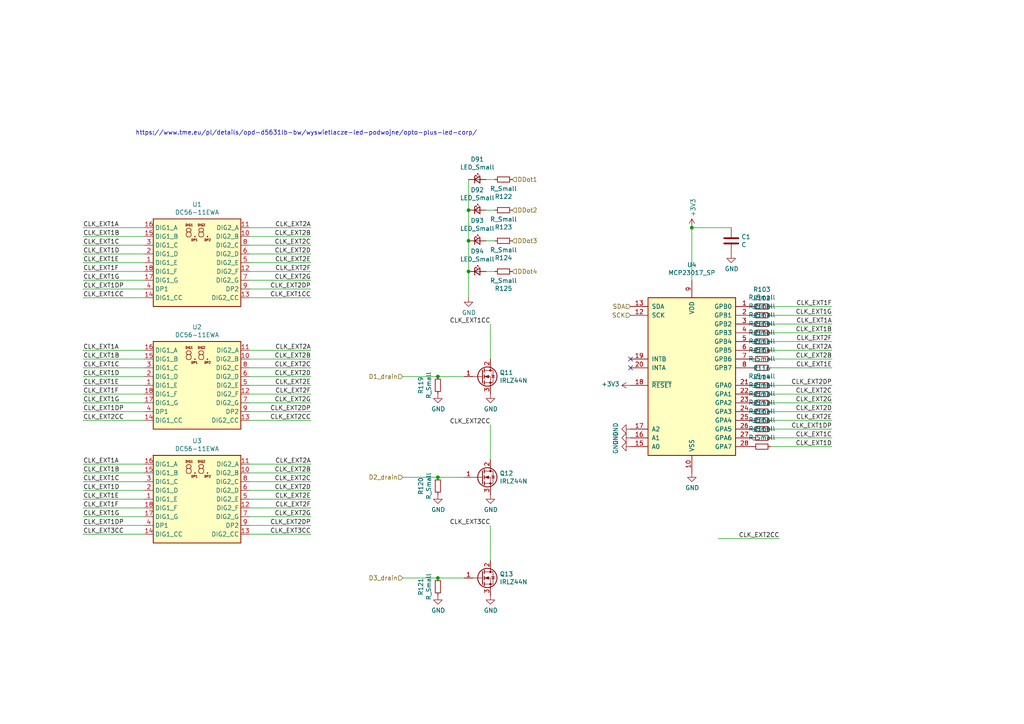
<source format=kicad_sch>
(kicad_sch (version 20201015) (generator eeschema)
  (paper "A4")
  (lib_symbols
    (symbol "Device:C" (pin_numbers hide) (pin_names (offset 0.254))
      (property "Reference" "C" (at 0.635 2.54 0))
      (property "Value" "C" (at 0.635 -2.54 0))
      (symbol "C_0_1"
        (polyline (pts (xy -2.032 -0.762) (xy 2.032 -0.762)) (stroke (width 0.508)))
        (polyline (pts (xy -2.032 0.762) (xy 2.032 0.762)) (stroke (width 0.508)))
      )
      (symbol "C_1_1"
        (pin passive line (at 0 3.81 270) (length 2.794) (name "~") (number "1"))
        (pin passive line (at 0 -3.81 90) (length 2.794) (name "~") (number "2"))
      )
    )
    (symbol "Device:LED_Small" (pin_numbers hide) (pin_names (offset 0.254) hide)
      (property "Reference" "D" (at -1.27 3.175 0))
      (property "Value" "LED_Small" (at -4.445 -2.54 0))
      (symbol "LED_Small_0_1"
        (polyline (pts (xy -0.762 -1.016) (xy -0.762 1.016)) (stroke (width 0.254)))
        (polyline (pts (xy 1.016 0) (xy -0.762 0)))
        (polyline (pts (xy 0.762 -1.016) (xy -0.762 0) (xy 0.762 1.016) (xy 0.762 -1.016)) (stroke (width 0.254)))
        (polyline (pts (xy 0 0.762) (xy -0.508 1.27) (xy -0.254 1.27) (xy -0.508 1.27) (xy -0.508 1.016)))
        (polyline (pts (xy 0.508 1.27) (xy 0 1.778) (xy 0.254 1.778) (xy 0 1.778) (xy 0 1.524)))
      )
      (symbol "LED_Small_1_1"
        (pin passive line (at -2.54 0 0) (length 1.778) (name "K") (number "1"))
        (pin passive line (at 2.54 0 180) (length 1.778) (name "A") (number "2"))
      )
    )
    (symbol "Device:R_Small" (pin_numbers hide) (pin_names (offset 0.254) hide)
      (property "Reference" "R" (at 0.762 0.508 0))
      (property "Value" "R_Small" (at 0.762 -1.016 0))
      (symbol "R_Small_0_1"
        (rectangle (start -0.762 1.778) (end 0.762 -1.778) (stroke (width 0.2032)))
      )
      (symbol "R_Small_1_1"
        (pin passive line (at 0 2.54 270) (length 0.762) (name "~") (number "1"))
        (pin passive line (at 0 -2.54 90) (length 0.762) (name "~") (number "2"))
      )
    )
    (symbol "Display_Character:DC56-11EWA"
      (property "Reference" "U" (at -11.43 13.97 0))
      (property "Value" "DC56-11EWA" (at 12.065 13.97 0))
      (symbol "DC56-11EWA_0_0"
        (text "8.8." (at 0 8.636 0) (effects (font (size 2.54 2.54))))
        (text "DIG1" (at -2.286 10.922 0) (effects (font (size 0.635 0.635))))
        (text "DIG2" (at 1.27 10.922 0) (effects (font (size 0.635 0.635))))
        (text "DP1" (at -0.762 6.604 0) (effects (font (size 0.635 0.635))))
        (text "DP2" (at 3.048 6.604 0) (effects (font (size 0.635 0.635))))
      )
      (symbol "DC56-11EWA_0_1"
        (rectangle (start -12.7 12.7) (end 12.7 -12.7) (stroke (width 0.254)) (fill (type background)))
      )
      (symbol "DC56-11EWA_1_1"
        (pin input line (at -15.24 0 0) (length 2.54) (name "DIG1_E") (number "1"))
        (pin input line (at 15.24 7.62 180) (length 2.54) (name "DIG2_B") (number "10"))
        (pin input line (at 15.24 10.16 180) (length 2.54) (name "DIG2_A") (number "11"))
        (pin input line (at 15.24 -2.54 180) (length 2.54) (name "DIG2_F") (number "12"))
        (pin input line (at 15.24 -10.16 180) (length 2.54) (name "DIG2_CC") (number "13"))
        (pin input line (at -15.24 -10.16 0) (length 2.54) (name "DIG1_CC") (number "14"))
        (pin input line (at -15.24 7.62 0) (length 2.54) (name "DIG1_B") (number "15"))
        (pin input line (at -15.24 10.16 0) (length 2.54) (name "DIG1_A") (number "16"))
        (pin input line (at -15.24 -5.08 0) (length 2.54) (name "DIG1_G") (number "17"))
        (pin input line (at -15.24 -2.54 0) (length 2.54) (name "DIG1_F") (number "18"))
        (pin input line (at -15.24 2.54 0) (length 2.54) (name "DIG1_D") (number "2"))
        (pin input line (at -15.24 5.08 0) (length 2.54) (name "DIG1_C") (number "3"))
        (pin input line (at -15.24 -7.62 0) (length 2.54) (name "DP1") (number "4"))
        (pin input line (at 15.24 0 180) (length 2.54) (name "DIG2_E") (number "5"))
        (pin input line (at 15.24 2.54 180) (length 2.54) (name "DIG2_D") (number "6"))
        (pin input line (at 15.24 -5.08 180) (length 2.54) (name "DIG2_G") (number "7"))
        (pin input line (at 15.24 5.08 180) (length 2.54) (name "DIG2_C") (number "8"))
        (pin input line (at 15.24 -7.62 180) (length 2.54) (name "DP2") (number "9"))
      )
    )
    (symbol "Interface_Expansion:MCP23017_SP" (pin_names (offset 1.016))
      (property "Reference" "U" (at -11.43 24.13 0))
      (property "Value" "MCP23017_SP" (at 0 0 0))
      (symbol "MCP23017_SP_0_1"
        (rectangle (start -12.7 22.86) (end 12.7 -22.86) (stroke (width 0.254)) (fill (type background)))
      )
      (symbol "MCP23017_SP_1_1"
        (pin bidirectional line (at 17.78 20.32 180) (length 5.08) (name "GPB0") (number "1"))
        (pin power_in line (at 0 -27.94 90) (length 5.08) (name "VSS") (number "10"))
        (pin unconnected line (at -12.7 15.24 0) (length 5.08) hide (name "NC") (number "11"))
        (pin input line (at -17.78 17.78 0) (length 5.08) (name "SCK") (number "12"))
        (pin bidirectional line (at -17.78 20.32 0) (length 5.08) (name "SDA") (number "13"))
        (pin unconnected line (at -12.7 12.7 0) (length 5.08) hide (name "NC") (number "14"))
        (pin input line (at -17.78 -20.32 0) (length 5.08) (name "A0") (number "15"))
        (pin input line (at -17.78 -17.78 0) (length 5.08) (name "A1") (number "16"))
        (pin input line (at -17.78 -15.24 0) (length 5.08) (name "A2") (number "17"))
        (pin input line (at -17.78 -2.54 0) (length 5.08) (name "~RESET~") (number "18"))
        (pin tri_state line (at -17.78 5.08 0) (length 5.08) (name "INTB") (number "19"))
        (pin bidirectional line (at 17.78 17.78 180) (length 5.08) (name "GPB1") (number "2"))
        (pin tri_state line (at -17.78 2.54 0) (length 5.08) (name "INTA") (number "20"))
        (pin bidirectional line (at 17.78 -2.54 180) (length 5.08) (name "GPA0") (number "21"))
        (pin bidirectional line (at 17.78 -5.08 180) (length 5.08) (name "GPA1") (number "22"))
        (pin bidirectional line (at 17.78 -7.62 180) (length 5.08) (name "GPA2") (number "23"))
        (pin bidirectional line (at 17.78 -10.16 180) (length 5.08) (name "GPA3") (number "24"))
        (pin bidirectional line (at 17.78 -12.7 180) (length 5.08) (name "GPA4") (number "25"))
        (pin bidirectional line (at 17.78 -15.24 180) (length 5.08) (name "GPA5") (number "26"))
        (pin bidirectional line (at 17.78 -17.78 180) (length 5.08) (name "GPA6") (number "27"))
        (pin bidirectional line (at 17.78 -20.32 180) (length 5.08) (name "GPA7") (number "28"))
        (pin bidirectional line (at 17.78 15.24 180) (length 5.08) (name "GPB2") (number "3"))
        (pin bidirectional line (at 17.78 12.7 180) (length 5.08) (name "GPB3") (number "4"))
        (pin bidirectional line (at 17.78 10.16 180) (length 5.08) (name "GPB4") (number "5"))
        (pin bidirectional line (at 17.78 7.62 180) (length 5.08) (name "GPB5") (number "6"))
        (pin bidirectional line (at 17.78 5.08 180) (length 5.08) (name "GPB6") (number "7"))
        (pin bidirectional line (at 17.78 2.54 180) (length 5.08) (name "GPB7") (number "8"))
        (pin power_in line (at 0 27.94 270) (length 5.08) (name "VDD") (number "9"))
      )
    )
    (symbol "Transistor_FET:IRLZ44N" (pin_names hide)
      (property "Reference" "Q" (at 6.35 1.905 0))
      (property "Value" "IRLZ44N" (at 6.35 0 0))
      (symbol "IRLZ44N_0_1"
        (circle (center 1.651 0) (radius 2.794) (stroke (width 0.254)))
        (circle (center 2.54 -1.778) (radius 0.254) (fill (type outline)))
        (circle (center 2.54 1.778) (radius 0.254) (fill (type outline)))
        (polyline (pts (xy 0.254 0) (xy -2.54 0)))
        (polyline (pts (xy 0.254 1.905) (xy 0.254 -1.905)) (stroke (width 0.254)))
        (polyline (pts (xy 0.762 -1.27) (xy 0.762 -2.286)) (stroke (width 0.254)))
        (polyline (pts (xy 0.762 0.508) (xy 0.762 -0.508)) (stroke (width 0.254)))
        (polyline (pts (xy 0.762 2.286) (xy 0.762 1.27)) (stroke (width 0.254)))
        (polyline (pts (xy 2.54 2.54) (xy 2.54 1.778)))
        (polyline (pts (xy 2.54 -2.54) (xy 2.54 0) (xy 0.762 0)))
        (polyline (pts (xy 0.762 -1.778) (xy 3.302 -1.778) (xy 3.302 1.778) (xy 0.762 1.778)))
        (polyline (pts (xy 1.016 0) (xy 2.032 0.381) (xy 2.032 -0.381) (xy 1.016 0)) (fill (type outline)))
        (polyline (pts (xy 2.794 0.508) (xy 2.921 0.381) (xy 3.683 0.381) (xy 3.81 0.254)))
        (polyline (pts (xy 3.302 0.381) (xy 2.921 -0.254) (xy 3.683 -0.254) (xy 3.302 0.381)))
      )
      (symbol "IRLZ44N_1_1"
        (pin input line (at -5.08 0 0) (length 2.54) (name "G") (number "1"))
        (pin passive line (at 2.54 5.08 270) (length 2.54) (name "D") (number "2"))
        (pin passive line (at 2.54 -5.08 90) (length 2.54) (name "S") (number "3"))
      )
    )
    (symbol "power:+3V3" (power) (pin_names (offset 0))
      (property "Value" "+3V3" (at 0 3.556 0))
      (symbol "+3V3_0_1"
        (polyline (pts (xy -0.762 1.27) (xy 0 2.54)))
        (polyline (pts (xy 0 0) (xy 0 2.54)))
        (polyline (pts (xy 0 2.54) (xy 0.762 1.27)))
      )
      (symbol "+3V3_1_1"
        (pin power_in line (at 0 0 90) (length 0) hide (name "+3V3") (number "1"))
      )
    )
    (symbol "power:GND" (power) (pin_names (offset 0))
      (property "Value" "GND" (at 0 -3.81 0))
      (symbol "GND_0_1"
        (polyline (pts (xy 0 0) (xy 0 -1.27) (xy 1.27 -1.27) (xy 0 -2.54) (xy -1.27 -1.27) (xy 0 -1.27)))
      )
      (symbol "GND_1_1"
        (pin power_in line (at 0 0 270) (length 0) hide (name "GND") (number "1"))
      )
    )
  )
  (junction (at 127 109.22) (diameter 0.9144))
  (junction (at 127 138.43) (diameter 0.9144))
  (junction (at 127 167.64) (diameter 0.9144))
  (junction (at 135.89 60.96) (diameter 0.9144))
  (junction (at 135.89 69.85) (diameter 0.9144))
  (junction (at 135.89 78.74) (diameter 0.9144))
  (junction (at 200.66 66.04) (diameter 0.9144))
  (no_connect (at 182.88 104.14))
  (no_connect (at 182.88 106.68))
  (wire (pts (xy 24.13 66.04) (xy 41.91 66.04)))
  (wire (pts (xy 24.13 68.58) (xy 41.91 68.58)))
  (wire (pts (xy 24.13 71.12) (xy 41.91 71.12)))
  (wire (pts (xy 24.13 73.66) (xy 41.91 73.66)))
  (wire (pts (xy 24.13 76.2) (xy 41.91 76.2)))
  (wire (pts (xy 24.13 78.74) (xy 41.91 78.74)))
  (wire (pts (xy 24.13 81.28) (xy 41.91 81.28)))
  (wire (pts (xy 24.13 83.82) (xy 41.91 83.82)))
  (wire (pts (xy 24.13 86.36) (xy 41.91 86.36)))
  (wire (pts (xy 24.13 101.6) (xy 41.91 101.6)))
  (wire (pts (xy 24.13 104.14) (xy 41.91 104.14)))
  (wire (pts (xy 24.13 106.68) (xy 41.91 106.68)))
  (wire (pts (xy 24.13 109.22) (xy 41.91 109.22)))
  (wire (pts (xy 24.13 111.76) (xy 41.91 111.76)))
  (wire (pts (xy 24.13 114.3) (xy 41.91 114.3)))
  (wire (pts (xy 24.13 116.84) (xy 41.91 116.84)))
  (wire (pts (xy 24.13 119.38) (xy 41.91 119.38)))
  (wire (pts (xy 24.13 121.92) (xy 41.91 121.92)))
  (wire (pts (xy 24.13 134.62) (xy 41.91 134.62)))
  (wire (pts (xy 24.13 137.16) (xy 41.91 137.16)))
  (wire (pts (xy 24.13 139.7) (xy 41.91 139.7)))
  (wire (pts (xy 24.13 142.24) (xy 41.91 142.24)))
  (wire (pts (xy 24.13 144.78) (xy 41.91 144.78)))
  (wire (pts (xy 24.13 147.32) (xy 41.91 147.32)))
  (wire (pts (xy 24.13 149.86) (xy 41.91 149.86)))
  (wire (pts (xy 24.13 152.4) (xy 41.91 152.4)))
  (wire (pts (xy 24.13 154.94) (xy 41.91 154.94)))
  (wire (pts (xy 90.17 66.04) (xy 72.39 66.04)))
  (wire (pts (xy 90.17 68.58) (xy 72.39 68.58)))
  (wire (pts (xy 90.17 71.12) (xy 72.39 71.12)))
  (wire (pts (xy 90.17 73.66) (xy 72.39 73.66)))
  (wire (pts (xy 90.17 76.2) (xy 72.39 76.2)))
  (wire (pts (xy 90.17 78.74) (xy 72.39 78.74)))
  (wire (pts (xy 90.17 81.28) (xy 72.39 81.28)))
  (wire (pts (xy 90.17 83.82) (xy 72.39 83.82)))
  (wire (pts (xy 90.17 86.36) (xy 72.39 86.36)))
  (wire (pts (xy 90.17 101.6) (xy 72.39 101.6)))
  (wire (pts (xy 90.17 104.14) (xy 72.39 104.14)))
  (wire (pts (xy 90.17 106.68) (xy 72.39 106.68)))
  (wire (pts (xy 90.17 109.22) (xy 72.39 109.22)))
  (wire (pts (xy 90.17 111.76) (xy 72.39 111.76)))
  (wire (pts (xy 90.17 114.3) (xy 72.39 114.3)))
  (wire (pts (xy 90.17 116.84) (xy 72.39 116.84)))
  (wire (pts (xy 90.17 119.38) (xy 72.39 119.38)))
  (wire (pts (xy 90.17 121.92) (xy 72.39 121.92)))
  (wire (pts (xy 90.17 134.62) (xy 72.39 134.62)))
  (wire (pts (xy 90.17 137.16) (xy 72.39 137.16)))
  (wire (pts (xy 90.17 139.7) (xy 72.39 139.7)))
  (wire (pts (xy 90.17 142.24) (xy 72.39 142.24)))
  (wire (pts (xy 90.17 144.78) (xy 72.39 144.78)))
  (wire (pts (xy 90.17 147.32) (xy 72.39 147.32)))
  (wire (pts (xy 90.17 149.86) (xy 72.39 149.86)))
  (wire (pts (xy 90.17 152.4) (xy 72.39 152.4)))
  (wire (pts (xy 90.17 154.94) (xy 72.39 154.94)))
  (wire (pts (xy 116.84 109.22) (xy 127 109.22)))
  (wire (pts (xy 116.84 138.43) (xy 127 138.43)))
  (wire (pts (xy 116.84 167.64) (xy 127 167.64)))
  (wire (pts (xy 127 109.22) (xy 134.62 109.22)))
  (wire (pts (xy 127 138.43) (xy 134.62 138.43)))
  (wire (pts (xy 127 167.64) (xy 134.62 167.64)))
  (wire (pts (xy 135.89 52.07) (xy 135.89 60.96)))
  (wire (pts (xy 135.89 60.96) (xy 135.89 69.85)))
  (wire (pts (xy 135.89 69.85) (xy 135.89 78.74)))
  (wire (pts (xy 135.89 78.74) (xy 135.89 86.36)))
  (wire (pts (xy 140.97 52.07) (xy 143.51 52.07)))
  (wire (pts (xy 140.97 60.96) (xy 143.51 60.96)))
  (wire (pts (xy 140.97 69.85) (xy 143.51 69.85)))
  (wire (pts (xy 140.97 78.74) (xy 143.51 78.74)))
  (wire (pts (xy 142.24 93.98) (xy 142.24 104.14)))
  (wire (pts (xy 142.24 123.19) (xy 142.24 133.35)))
  (wire (pts (xy 142.24 152.4) (xy 142.24 162.56)))
  (wire (pts (xy 200.66 66.04) (xy 212.09 66.04)))
  (wire (pts (xy 200.66 81.28) (xy 200.66 66.04)))
  (wire (pts (xy 226.06 156.21) (xy 208.28 156.21)))
  (wire (pts (xy 241.3 88.9) (xy 223.52 88.9)))
  (wire (pts (xy 241.3 91.44) (xy 223.52 91.44)))
  (wire (pts (xy 241.3 93.98) (xy 223.52 93.98)))
  (wire (pts (xy 241.3 96.52) (xy 223.52 96.52)))
  (wire (pts (xy 241.3 99.06) (xy 223.52 99.06)))
  (wire (pts (xy 241.3 101.6) (xy 223.52 101.6)))
  (wire (pts (xy 241.3 104.14) (xy 223.52 104.14)))
  (wire (pts (xy 241.3 106.68) (xy 223.52 106.68)))
  (wire (pts (xy 241.3 111.76) (xy 223.52 111.76)))
  (wire (pts (xy 241.3 114.3) (xy 223.52 114.3)))
  (wire (pts (xy 241.3 116.84) (xy 223.52 116.84)))
  (wire (pts (xy 241.3 119.38) (xy 223.52 119.38)))
  (wire (pts (xy 241.3 121.92) (xy 223.52 121.92)))
  (wire (pts (xy 241.3 124.46) (xy 223.52 124.46)))
  (wire (pts (xy 241.3 127) (xy 223.52 127)))
  (wire (pts (xy 241.3 129.54) (xy 223.52 129.54)))
  (text "https://www.tme.eu/pl/details/opd-d5631lb-bw/wyswietlacze-led-podwojne/opto-plus-led-corp/" (at 138.43 39.37 0) (effects (font (size 1.27 1.27)) (justify right bottom)))
  (label "CLK_EXT1A" (at 24.13 66.04 0))
  (label "CLK_EXT1B" (at 24.13 68.58 0))
  (label "CLK_EXT1C" (at 24.13 71.12 0))
  (label "CLK_EXT1D" (at 24.13 73.66 0))
  (label "CLK_EXT1E" (at 24.13 76.2 0))
  (label "CLK_EXT1F" (at 24.13 78.74 0))
  (label "CLK_EXT1G" (at 24.13 81.28 0))
  (label "CLK_EXT1DP" (at 24.13 83.82 0))
  (label "CLK_EXT1CC" (at 24.13 86.36 0))
  (label "CLK_EXT1A" (at 24.13 101.6 0))
  (label "CLK_EXT1B" (at 24.13 104.14 0))
  (label "CLK_EXT1C" (at 24.13 106.68 0))
  (label "CLK_EXT1D" (at 24.13 109.22 0))
  (label "CLK_EXT1E" (at 24.13 111.76 0))
  (label "CLK_EXT1F" (at 24.13 114.3 0))
  (label "CLK_EXT1G" (at 24.13 116.84 0))
  (label "CLK_EXT1DP" (at 24.13 119.38 0))
  (label "CLK_EXT2CC" (at 24.13 121.92 0))
  (label "CLK_EXT1A" (at 24.13 134.62 0))
  (label "CLK_EXT1B" (at 24.13 137.16 0))
  (label "CLK_EXT1C" (at 24.13 139.7 0))
  (label "CLK_EXT1D" (at 24.13 142.24 0))
  (label "CLK_EXT1E" (at 24.13 144.78 0))
  (label "CLK_EXT1F" (at 24.13 147.32 0))
  (label "CLK_EXT1G" (at 24.13 149.86 0))
  (label "CLK_EXT1DP" (at 24.13 152.4 0))
  (label "CLK_EXT3CC" (at 24.13 154.94 0))
  (label "CLK_EXT2A" (at 90.17 66.04 180))
  (label "CLK_EXT2B" (at 90.17 68.58 180))
  (label "CLK_EXT2C" (at 90.17 71.12 180))
  (label "CLK_EXT2D" (at 90.17 73.66 180))
  (label "CLK_EXT2E" (at 90.17 76.2 180))
  (label "CLK_EXT2F" (at 90.17 78.74 180))
  (label "CLK_EXT2G" (at 90.17 81.28 180))
  (label "CLK_EXT2DP" (at 90.17 83.82 180))
  (label "CLK_EXT1CC" (at 90.17 86.36 180))
  (label "CLK_EXT2A" (at 90.17 101.6 180))
  (label "CLK_EXT2B" (at 90.17 104.14 180))
  (label "CLK_EXT2C" (at 90.17 106.68 180))
  (label "CLK_EXT2D" (at 90.17 109.22 180))
  (label "CLK_EXT2E" (at 90.17 111.76 180))
  (label "CLK_EXT2F" (at 90.17 114.3 180))
  (label "CLK_EXT2G" (at 90.17 116.84 180))
  (label "CLK_EXT2DP" (at 90.17 119.38 180))
  (label "CLK_EXT2CC" (at 90.17 121.92 180))
  (label "CLK_EXT2A" (at 90.17 134.62 180))
  (label "CLK_EXT2B" (at 90.17 137.16 180))
  (label "CLK_EXT2C" (at 90.17 139.7 180))
  (label "CLK_EXT2D" (at 90.17 142.24 180))
  (label "CLK_EXT2E" (at 90.17 144.78 180))
  (label "CLK_EXT2F" (at 90.17 147.32 180))
  (label "CLK_EXT2G" (at 90.17 149.86 180))
  (label "CLK_EXT2DP" (at 90.17 152.4 180))
  (label "CLK_EXT3CC" (at 90.17 154.94 180))
  (label "CLK_EXT1CC" (at 142.24 93.98 180))
  (label "CLK_EXT2CC" (at 142.24 123.19 180))
  (label "CLK_EXT3CC" (at 142.24 152.4 180))
  (label "CLK_EXT2CC" (at 226.06 156.21 180))
  (label "CLK_EXT1F" (at 241.3 88.9 180))
  (label "CLK_EXT1G" (at 241.3 91.44 180))
  (label "CLK_EXT1A" (at 241.3 93.98 180))
  (label "CLK_EXT1B" (at 241.3 96.52 180))
  (label "CLK_EXT2F" (at 241.3 99.06 180))
  (label "CLK_EXT2A" (at 241.3 101.6 180))
  (label "CLK_EXT2B" (at 241.3 104.14 180))
  (label "CLK_EXT1E" (at 241.3 106.68 180))
  (label "CLK_EXT2DP" (at 241.3 111.76 180))
  (label "CLK_EXT2C" (at 241.3 114.3 180))
  (label "CLK_EXT2G" (at 241.3 116.84 180))
  (label "CLK_EXT2D" (at 241.3 119.38 180))
  (label "CLK_EXT2E" (at 241.3 121.92 180))
  (label "CLK_EXT1DP" (at 241.3 124.46 180))
  (label "CLK_EXT1C" (at 241.3 127 180))
  (label "CLK_EXT1D" (at 241.3 129.54 180))
  (hierarchical_label "D1_drain" (shape input) (at 116.84 109.22 180))
  (hierarchical_label "D2_drain" (shape input) (at 116.84 138.43 180))
  (hierarchical_label "D3_drain" (shape input) (at 116.84 167.64 180))
  (hierarchical_label "DDot1" (shape input) (at 148.59 52.07 0))
  (hierarchical_label "DDot2" (shape input) (at 148.59 60.96 0))
  (hierarchical_label "DDot3" (shape input) (at 148.59 69.85 0))
  (hierarchical_label "DDot4" (shape input) (at 148.59 78.74 0))
  (hierarchical_label "SDA" (shape input) (at 182.88 88.9 180))
  (hierarchical_label "SCK" (shape input) (at 182.88 91.44 180))
  (symbol (lib_id "power:+3V3") (at 182.88 111.76 90) (unit 1)
    (property "Reference" "#PWR0147" (effects hide))
    (property "Value" "+3V3" (at 179.7049 111.3917 90) (effects (justify left)))
  )
  (symbol (lib_id "power:+3V3") (at 200.66 66.04 0) (unit 1)
    (property "Reference" "#PWR0143" (effects hide))
    (property "Value" "+3V3" (at 201.0283 62.8649 90) (effects (justify left)))
  )
  (symbol (lib_id "power:GND") (at 127 114.3 0) (unit 1)
    (property "Reference" "#PWR0158" (effects hide))
    (property "Value" "GND" (at 127.1143 118.6244 0))
  )
  (symbol (lib_id "power:GND") (at 127 143.51 0) (unit 1)
    (property "Reference" "#PWR0160" (effects hide))
    (property "Value" "GND" (at 127.1143 147.8344 0))
  )
  (symbol (lib_id "power:GND") (at 127 172.72 0) (unit 1)
    (property "Reference" "#PWR0161" (effects hide))
    (property "Value" "GND" (at 127.1143 177.0444 0))
  )
  (symbol (lib_id "power:GND") (at 135.89 86.36 0) (unit 1)
    (property "Reference" "#PWR0163" (effects hide))
    (property "Value" "GND" (at 136.0043 90.6844 0))
  )
  (symbol (lib_id "power:GND") (at 142.24 114.3 0) (unit 1)
    (property "Reference" "#PWR0157" (effects hide))
    (property "Value" "GND" (at 142.3543 118.6244 0))
  )
  (symbol (lib_id "power:GND") (at 142.24 143.51 0) (unit 1)
    (property "Reference" "#PWR0159" (effects hide))
    (property "Value" "GND" (at 142.3543 147.8344 0))
  )
  (symbol (lib_id "power:GND") (at 142.24 172.72 0) (unit 1)
    (property "Reference" "#PWR0162" (effects hide))
    (property "Value" "GND" (at 142.3543 177.0444 0))
  )
  (symbol (lib_id "power:GND") (at 182.88 124.46 270) (unit 1)
    (property "Reference" "#PWR0150" (effects hide))
    (property "Value" "GND" (at 178.5556 124.5743 0))
  )
  (symbol (lib_id "power:GND") (at 182.88 127 270) (unit 1)
    (property "Reference" "#PWR0149" (effects hide))
    (property "Value" "GND" (at 178.5556 127.1143 0))
  )
  (symbol (lib_id "power:GND") (at 182.88 129.54 270) (unit 1)
    (property "Reference" "#PWR0148" (effects hide))
    (property "Value" "GND" (at 178.5556 129.6543 0))
  )
  (symbol (lib_id "power:GND") (at 200.66 137.16 0) (unit 1)
    (property "Reference" "#PWR0145" (effects hide))
    (property "Value" "GND" (at 200.7743 141.4844 0))
  )
  (symbol (lib_id "power:GND") (at 212.09 73.66 0) (unit 1)
    (property "Reference" "#PWR0144" (effects hide))
    (property "Value" "GND" (at 212.2043 77.9844 0))
  )
  (symbol (lib_id "Device:R_Small") (at 127 111.76 180) (unit 1)
    (property "Reference" "R119" (at 122.0532 111.76 90))
    (property "Value" "R_Small" (at 124.3519 111.76 90))
    (property "Footprint" "Resistor_THT:R_Axial_DIN0207_L6.3mm_D2.5mm_P10.16mm_Horizontal" (effects hide))
  )
  (symbol (lib_id "Device:R_Small") (at 127 140.97 180) (unit 1)
    (property "Reference" "R120" (at 122.0532 140.97 90))
    (property "Value" "R_Small" (at 124.3519 140.97 90))
    (property "Footprint" "Resistor_THT:R_Axial_DIN0207_L6.3mm_D2.5mm_P10.16mm_Horizontal" (effects hide))
  )
  (symbol (lib_id "Device:R_Small") (at 127 170.18 180) (unit 1)
    (property "Reference" "R121" (at 122.0532 170.18 90))
    (property "Value" "R_Small" (at 124.3519 170.18 90))
    (property "Footprint" "Resistor_THT:R_Axial_DIN0207_L6.3mm_D2.5mm_P10.16mm_Horizontal" (effects hide))
  )
  (symbol (lib_id "Device:R_Small") (at 146.05 52.07 270) (unit 1)
    (property "Reference" "R122" (at 146.05 57.0168 90))
    (property "Value" "R_Small" (at 146.05 54.7181 90))
    (property "Footprint" "Resistor_THT:R_Axial_DIN0207_L6.3mm_D2.5mm_P10.16mm_Horizontal" (effects hide))
  )
  (symbol (lib_id "Device:R_Small") (at 146.05 60.96 270) (unit 1)
    (property "Reference" "R123" (at 146.05 65.9068 90))
    (property "Value" "R_Small" (at 146.05 63.6081 90))
    (property "Footprint" "Resistor_THT:R_Axial_DIN0207_L6.3mm_D2.5mm_P10.16mm_Horizontal" (effects hide))
  )
  (symbol (lib_id "Device:R_Small") (at 146.05 69.85 270) (unit 1)
    (property "Reference" "R124" (at 146.05 74.7968 90))
    (property "Value" "R_Small" (at 146.05 72.4981 90))
    (property "Footprint" "Resistor_THT:R_Axial_DIN0207_L6.3mm_D2.5mm_P10.16mm_Horizontal" (effects hide))
  )
  (symbol (lib_id "Device:R_Small") (at 146.05 78.74 270) (unit 1)
    (property "Reference" "R125" (at 146.05 83.6868 90))
    (property "Value" "R_Small" (at 146.05 81.3881 90))
    (property "Footprint" "Resistor_THT:R_Axial_DIN0207_L6.3mm_D2.5mm_P10.16mm_Horizontal" (effects hide))
  )
  (symbol (lib_id "Device:R_Small") (at 220.98 88.9 90) (unit 1)
    (property "Reference" "R103" (at 220.98 83.9532 90))
    (property "Value" "R_Small" (at 220.98 86.2519 90))
    (property "Footprint" "Resistor_THT:R_Axial_DIN0207_L6.3mm_D2.5mm_P10.16mm_Horizontal" (effects hide))
  )
  (symbol (lib_id "Device:R_Small") (at 220.98 91.44 90) (unit 1)
    (property "Reference" "R102" (at 220.98 86.4932 90))
    (property "Value" "R_Small" (at 220.98 88.7919 90))
    (property "Footprint" "Resistor_THT:R_Axial_DIN0207_L6.3mm_D2.5mm_P10.16mm_Horizontal" (effects hide))
  )
  (symbol (lib_id "Device:R_Small") (at 220.98 93.98 90) (unit 1)
    (property "Reference" "R108" (at 220.98 89.0332 90))
    (property "Value" "R_Small" (at 220.98 91.3319 90))
    (property "Footprint" "Resistor_THT:R_Axial_DIN0207_L6.3mm_D2.5mm_P10.16mm_Horizontal" (effects hide))
  )
  (symbol (lib_id "Device:R_Small") (at 220.98 96.52 90) (unit 1)
    (property "Reference" "R107" (at 220.98 91.5732 90))
    (property "Value" "R_Small" (at 220.98 93.8719 90))
    (property "Footprint" "Resistor_THT:R_Axial_DIN0207_L6.3mm_D2.5mm_P10.16mm_Horizontal" (effects hide))
  )
  (symbol (lib_id "Device:R_Small") (at 220.98 99.06 90) (unit 1)
    (property "Reference" "R109" (at 220.98 94.1132 90))
    (property "Value" "R_Small" (at 220.98 96.4119 90))
    (property "Footprint" "Resistor_THT:R_Axial_DIN0207_L6.3mm_D2.5mm_P10.16mm_Horizontal" (effects hide))
  )
  (symbol (lib_id "Device:R_Small") (at 220.98 101.6 90) (unit 1)
    (property "Reference" "R110" (at 220.98 96.6532 90))
    (property "Value" "R_Small" (at 220.98 98.9519 90))
    (property "Footprint" "Resistor_THT:R_Axial_DIN0207_L6.3mm_D2.5mm_P10.16mm_Horizontal" (effects hide))
  )
  (symbol (lib_id "Device:R_Small") (at 220.98 104.14 90) (unit 1)
    (property "Reference" "R111" (at 220.98 99.1932 90))
    (property "Value" "R_Small" (at 220.98 101.4919 90))
    (property "Footprint" "Resistor_THT:R_Axial_DIN0207_L6.3mm_D2.5mm_P10.16mm_Horizontal" (effects hide))
  )
  (symbol (lib_id "Device:R_Small") (at 220.98 106.68 90) (unit 1)
    (property "Reference" "R104" (at 220.98 101.7332 90))
    (property "Value" "R_Small" (at 220.98 104.0319 90))
    (property "Footprint" "Resistor_THT:R_Axial_DIN0207_L6.3mm_D2.5mm_P10.16mm_Horizontal" (effects hide))
  )
  (symbol (lib_id "Device:R_Small") (at 220.98 111.76 90) (unit 1)
    (property "Reference" "R116" (at 220.98 106.8132 90))
    (property "Value" "R_Small" (at 220.98 109.1119 90))
    (property "Footprint" "Resistor_THT:R_Axial_DIN0207_L6.3mm_D2.5mm_P10.16mm_Horizontal" (effects hide))
  )
  (symbol (lib_id "Device:R_Small") (at 220.98 114.3 90) (unit 1)
    (property "Reference" "R114" (at 220.98 109.3532 90))
    (property "Value" "R_Small" (at 220.98 111.6519 90))
    (property "Footprint" "Resistor_THT:R_Axial_DIN0207_L6.3mm_D2.5mm_P10.16mm_Horizontal" (effects hide))
  )
  (symbol (lib_id "Device:R_Small") (at 220.98 116.84 90) (unit 1)
    (property "Reference" "R115" (at 220.98 111.8932 90))
    (property "Value" "R_Small" (at 220.98 114.1919 90))
    (property "Footprint" "Resistor_THT:R_Axial_DIN0207_L6.3mm_D2.5mm_P10.16mm_Horizontal" (effects hide))
  )
  (symbol (lib_id "Device:R_Small") (at 220.98 119.38 90) (unit 1)
    (property "Reference" "R113" (at 220.98 114.4332 90))
    (property "Value" "R_Small" (at 220.98 116.7319 90))
    (property "Footprint" "Resistor_THT:R_Axial_DIN0207_L6.3mm_D2.5mm_P10.16mm_Horizontal" (effects hide))
  )
  (symbol (lib_id "Device:R_Small") (at 220.98 121.92 90) (unit 1)
    (property "Reference" "R112" (at 220.98 116.9732 90))
    (property "Value" "R_Small" (at 220.98 119.2719 90))
    (property "Footprint" "Resistor_THT:R_Axial_DIN0207_L6.3mm_D2.5mm_P10.16mm_Horizontal" (effects hide))
  )
  (symbol (lib_id "Device:R_Small") (at 220.98 124.46 90) (unit 1)
    (property "Reference" "R101" (at 220.98 119.5132 90))
    (property "Value" "R_Small" (at 220.98 121.8119 90))
    (property "Footprint" "Resistor_THT:R_Axial_DIN0207_L6.3mm_D2.5mm_P10.16mm_Horizontal" (effects hide))
  )
  (symbol (lib_id "Device:R_Small") (at 220.98 127 90) (unit 1)
    (property "Reference" "R106" (at 220.98 122.0532 90))
    (property "Value" "R_Small" (at 220.98 124.3519 90))
    (property "Footprint" "Resistor_THT:R_Axial_DIN0207_L6.3mm_D2.5mm_P10.16mm_Horizontal" (effects hide))
  )
  (symbol (lib_id "Device:R_Small") (at 220.98 129.54 90) (unit 1)
    (property "Reference" "R105" (at 220.98 124.5932 90))
    (property "Value" "R_Small" (at 220.98 126.8919 90))
    (property "Footprint" "Resistor_THT:R_Axial_DIN0207_L6.3mm_D2.5mm_P10.16mm_Horizontal" (effects hide))
  )
  (symbol (lib_id "Device:LED_Small") (at 138.43 52.07 0) (unit 1)
    (property "Reference" "D91" (at 138.43 46.2088 0))
    (property "Value" "LED_Small" (at 138.43 48.5075 0))
    (property "Footprint" "LED_THT:LED_D3.0mm" (effects hide))
  )
  (symbol (lib_id "Device:LED_Small") (at 138.43 60.96 0) (unit 1)
    (property "Reference" "D92" (at 138.43 55.0988 0))
    (property "Value" "LED_Small" (at 138.43 57.3975 0))
    (property "Footprint" "LED_THT:LED_D3.0mm" (effects hide))
  )
  (symbol (lib_id "Device:LED_Small") (at 138.43 69.85 0) (unit 1)
    (property "Reference" "D93" (at 138.43 63.9888 0))
    (property "Value" "LED_Small" (at 138.43 66.2875 0))
    (property "Footprint" "LED_THT:LED_D3.0mm" (effects hide))
  )
  (symbol (lib_id "Device:LED_Small") (at 138.43 78.74 0) (unit 1)
    (property "Reference" "D94" (at 138.43 72.8788 0))
    (property "Value" "LED_Small" (at 138.43 75.1775 0))
    (property "Footprint" "LED_THT:LED_D3.0mm" (effects hide))
  )
  (symbol (lib_id "Device:C") (at 212.09 69.85 0) (unit 1)
    (property "Reference" "C1" (at 215.0111 68.7006 0) (effects (justify left)))
    (property "Value" "C" (at 215.0111 70.9993 0) (effects (justify left)))
    (property "Footprint" "Capacitor_THT:C_Disc_D7.0mm_W2.5mm_P5.00mm" (effects hide))
  )
  (symbol (lib_id "Transistor_FET:IRLZ44N") (at 139.7 109.22 0) (unit 1)
    (property "Reference" "Q11" (at 144.9071 108.0706 0) (effects (justify left)))
    (property "Value" "IRLZ44N" (at 144.9071 110.3693 0) (effects (justify left)))
    (property "Footprint" "Package_TO_SOT_THT:TO-220-3_Horizontal_TabDown" (effects hide))
    (property "Datasheet" "http://www.irf.com/product-info/datasheets/data/irlz44n.pdf" (effects hide))
  )
  (symbol (lib_id "Transistor_FET:IRLZ44N") (at 139.7 138.43 0) (unit 1)
    (property "Reference" "Q12" (at 144.9071 137.2806 0) (effects (justify left)))
    (property "Value" "IRLZ44N" (at 144.9071 139.5793 0) (effects (justify left)))
    (property "Footprint" "Package_TO_SOT_THT:TO-220-3_Horizontal_TabDown" (effects hide))
    (property "Datasheet" "http://www.irf.com/product-info/datasheets/data/irlz44n.pdf" (effects hide))
  )
  (symbol (lib_id "Transistor_FET:IRLZ44N") (at 139.7 167.64 0) (unit 1)
    (property "Reference" "Q13" (at 144.9071 166.4906 0) (effects (justify left)))
    (property "Value" "IRLZ44N" (at 144.9071 168.7893 0) (effects (justify left)))
    (property "Footprint" "Package_TO_SOT_THT:TO-220-3_Horizontal_TabDown" (effects hide))
    (property "Datasheet" "http://www.irf.com/product-info/datasheets/data/irlz44n.pdf" (effects hide))
  )
  (symbol (lib_id "Display_Character:DC56-11EWA") (at 57.15 76.2 0) (unit 1)
    (property "Reference" "U1" (at 57.15 59.2898 0))
    (property "Value" "DC56-11EWA" (at 57.15 61.5885 0))
    (property "Footprint" "Display_7Segment:DA56-11SURKWA" (effects hide))
    (property "Datasheet" "http://www.kingbrightusa.com/images/catalog/SPEC/DC56-11EWA.pdf" (effects hide))
  )
  (symbol (lib_id "Display_Character:DC56-11EWA") (at 57.15 111.76 0) (unit 1)
    (property "Reference" "U2" (at 57.15 94.8498 0))
    (property "Value" "DC56-11EWA" (at 57.15 97.1485 0))
    (property "Footprint" "Display_7Segment:DA56-11SURKWA" (effects hide))
    (property "Datasheet" "http://www.kingbrightusa.com/images/catalog/SPEC/DC56-11EWA.pdf" (effects hide))
  )
  (symbol (lib_id "Display_Character:DC56-11EWA") (at 57.15 144.78 0) (unit 1)
    (property "Reference" "U3" (at 57.15 127.8698 0))
    (property "Value" "DC56-11EWA" (at 57.15 130.1685 0))
    (property "Footprint" "Display_7Segment:DA56-11SURKWA" (effects hide))
    (property "Datasheet" "http://www.kingbrightusa.com/images/catalog/SPEC/DC56-11EWA.pdf" (effects hide))
  )
  (symbol (lib_id "Interface_Expansion:MCP23017_SP") (at 200.66 109.22 0) (unit 1)
    (property "Reference" "U4" (at 200.66 76.8158 0))
    (property "Value" "MCP23017_SP" (at 200.66 79.1145 0))
    (property "Footprint" "Package_DIP:DIP-28_W7.62mm" (effects hide))
    (property "Datasheet" "http://ww1.microchip.com/downloads/en/DeviceDoc/20001952C.pdf" (effects hide))
  )
)
</source>
